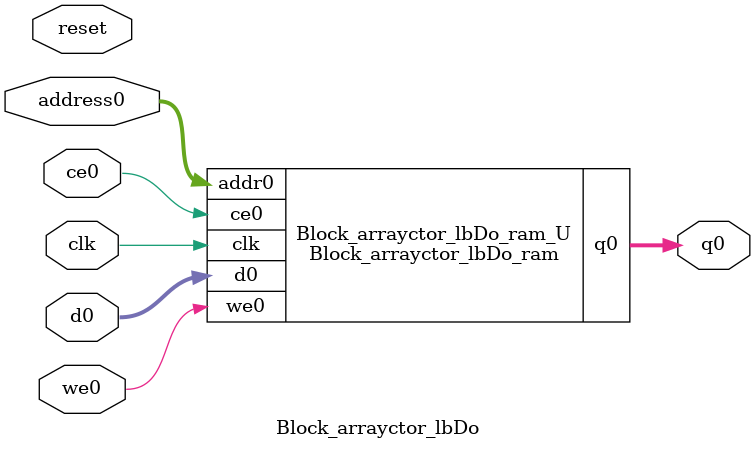
<source format=v>
`timescale 1 ns / 1 ps
module Block_arrayctor_lbDo_ram (addr0, ce0, d0, we0, q0,  clk);

parameter DWIDTH = 5;
parameter AWIDTH = 10;
parameter MEM_SIZE = 924;

input[AWIDTH-1:0] addr0;
input ce0;
input[DWIDTH-1:0] d0;
input we0;
output reg[DWIDTH-1:0] q0;
input clk;

(* ram_style = "block" *)reg [DWIDTH-1:0] ram[0:MEM_SIZE-1];




always @(posedge clk)  
begin 
    if (ce0) begin
        if (we0) 
            ram[addr0] <= d0; 
        q0 <= ram[addr0];
    end
end


endmodule

`timescale 1 ns / 1 ps
module Block_arrayctor_lbDo(
    reset,
    clk,
    address0,
    ce0,
    we0,
    d0,
    q0);

parameter DataWidth = 32'd5;
parameter AddressRange = 32'd924;
parameter AddressWidth = 32'd10;
input reset;
input clk;
input[AddressWidth - 1:0] address0;
input ce0;
input we0;
input[DataWidth - 1:0] d0;
output[DataWidth - 1:0] q0;



Block_arrayctor_lbDo_ram Block_arrayctor_lbDo_ram_U(
    .clk( clk ),
    .addr0( address0 ),
    .ce0( ce0 ),
    .we0( we0 ),
    .d0( d0 ),
    .q0( q0 ));

endmodule


</source>
